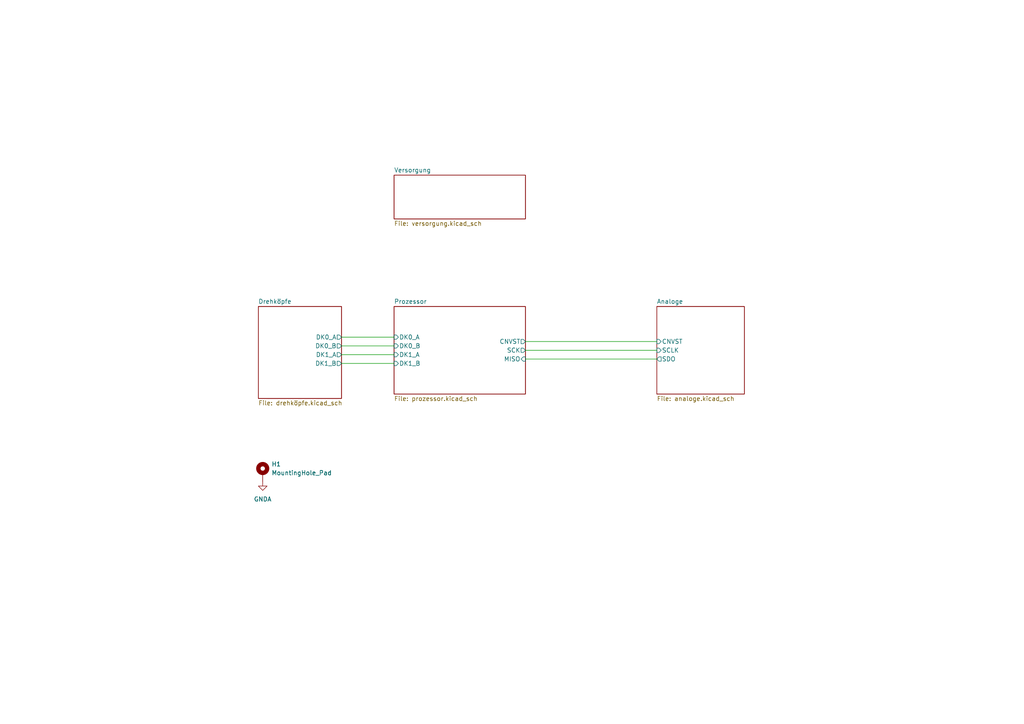
<source format=kicad_sch>
(kicad_sch (version 20231120) (generator "eeschema") (generator_version "8.0")
  (paper "A4")
  (lib_symbols
    (symbol "Mechanical:MountingHole_Pad" (pin_numbers hide) (pin_names (offset 1.016) hide) (exclude_from_sim yes) (in_bom no)
      (property "Reference" "H" (at 0 6.35 0))
      (property "Value" "MountingHole_Pad" (at 0 4.445 0))
      (symbol "MountingHole_Pad_0_1"
        (circle (center 0 1.27) (radius 1.27) (stroke (width 1.27)))
      )
      (symbol "MountingHole_Pad_1_1"
        (pin input line (at 0 -2.54 90) (length 2.54) (name "1") (number "1"))
      )
    )
    (symbol "power:GNDA" (power) (pin_numbers hide) (pin_names (offset 0) hide)
      (property "Value" "GNDA" (at 0 -3.81 0))
      (symbol "GNDA_0_1"
        (polyline (pts (xy 0 0) (xy 0 -1.27) (xy 1.27 -1.27) (xy 0 -2.54) (xy -1.27 -1.27) (xy 0 -1.27)))
      )
      (symbol "GNDA_1_1"
        (pin power_in line (at 0 0 270) (length 0) (name "~") (number "1"))
      )
    )
  )
  (wire (pts (xy 99.06 105.41) (xy 114.3 105.41)))
  (wire (pts (xy 152.4 101.6) (xy 190.5 101.6)))
  (wire (pts (xy 152.4 99.06) (xy 190.5 99.06)))
  (wire (pts (xy 99.06 100.33) (xy 114.3 100.33)))
  (wire (pts (xy 152.4 104.14) (xy 190.5 104.14)))
  (wire (pts (xy 99.06 97.79) (xy 114.3 97.79)))
  (wire (pts (xy 99.06 102.87) (xy 114.3 102.87)))
  (symbol (lib_id "Mechanical:MountingHole_Pad") (at 76.2 137.16 0) (unit 1) (exclude_from_sim yes) (in_bom no)
    (property "Reference" "H1" (at 78.74 134.6199 0) (effects (justify left)))
    (property "Value" "MountingHole_Pad" (at 78.74 137.1599 0) (effects (justify left)))
    (property "Footprint" "MountingHole:MountingHole_3.2mm_M3_ISO7380_Pad_TopBottom" (effects (hide yes)))
    (property "Description" "Mounting Hole with connection" (effects (hide yes)))
  )
  (symbol (lib_id "power:GNDA") (at 76.2 139.7 0) (unit 1)
    (property "Reference" "#PWR038" (effects (hide yes)))
    (property "Value" "GNDA" (at 76.2 144.78 0))
    (property "Description" "Power symbol creates a global label with name \"GNDA\" , analog ground" (effects (hide yes)))
  )
  (sheet (at 190.5 88.9) (size 25.4 25.4) (stroke (width 0.1524))
    (property "Sheetname" "Analoge" (at 190.5 88.1884 0) (effects (justify left bottom)))
    (property "Sheetfile" "analoge.kicad_sch" (at 190.5 114.8846 0) (effects (justify left top)))
    (pin "SDO" output (at 190.5 104.14 180))
    (pin "SCLK" input (at 190.5 101.6 180))
    (pin "CNVST" input (at 190.5 99.06 180))
  )
  (sheet (at 114.3 50.8) (size 38.1 12.7) (stroke (width 0.1524))
    (property "Sheetname" "Versorgung" (at 114.3 50.0884 0) (effects (justify left bottom)))
    (property "Sheetfile" "versorgung.kicad_sch" (at 114.3 64.0846 0) (effects (justify left top)))
  )
  (sheet (at 74.93 88.9) (size 24.13 26.67) (stroke (width 0.1524))
    (property "Sheetname" "Drehköpfe" (at 74.93 88.1884 0) (effects (justify left bottom)))
    (property "Sheetfile" "drehköpfe.kicad_sch" (at 74.93 116.1546 0) (effects (justify left top)))
    (pin "DK1_A" output (at 99.06 102.87 0))
    (pin "DK1_B" output (at 99.06 105.41 0))
    (pin "DK0_B" output (at 99.06 100.33 0))
    (pin "DK0_A" output (at 99.06 97.79 0))
  )
  (sheet (at 114.3 88.9) (size 38.1 25.4) (stroke (width 0.1524))
    (property "Sheetname" "Prozessor" (at 114.3 88.1884 0) (effects (justify left bottom)))
    (property "Sheetfile" "prozessor.kicad_sch" (at 114.3 114.8846 0) (effects (justify left top)))
    (pin "SCK" output (at 152.4 101.6 0))
    (pin "MISO" input (at 152.4 104.14 0))
    (pin "CNVST" output (at 152.4 99.06 0))
    (pin "DK0_A" input (at 114.3 97.79 180))
    (pin "DK1_A" input (at 114.3 102.87 180))
    (pin "DK0_B" input (at 114.3 100.33 180))
    (pin "DK1_B" input (at 114.3 105.41 180))
  )
)
</source>
